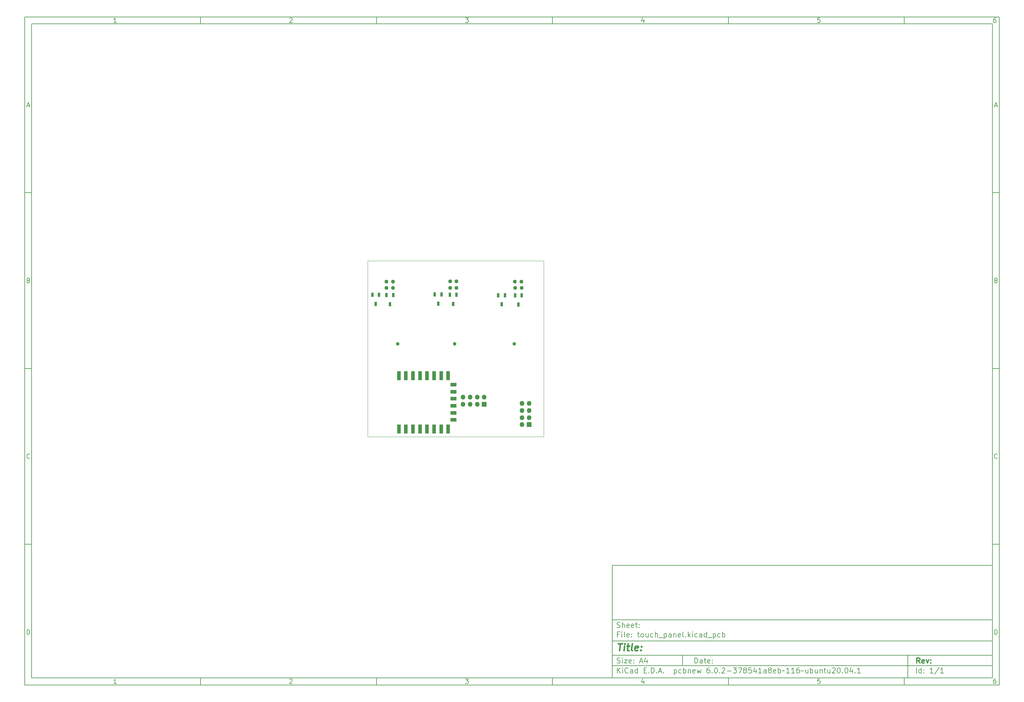
<source format=gbr>
%TF.GenerationSoftware,KiCad,Pcbnew,6.0.2-378541a8eb~116~ubuntu20.04.1*%
%TF.CreationDate,2022-03-13T21:59:15+03:30*%
%TF.ProjectId,touch_panel,746f7563-685f-4706-916e-656c2e6b6963,rev?*%
%TF.SameCoordinates,Original*%
%TF.FileFunction,Soldermask,Bot*%
%TF.FilePolarity,Negative*%
%FSLAX46Y46*%
G04 Gerber Fmt 4.6, Leading zero omitted, Abs format (unit mm)*
G04 Created by KiCad (PCBNEW 6.0.2-378541a8eb~116~ubuntu20.04.1) date 2022-03-13 21:59:15*
%MOMM*%
%LPD*%
G01*
G04 APERTURE LIST*
G04 Aperture macros list*
%AMRoundRect*
0 Rectangle with rounded corners*
0 $1 Rounding radius*
0 $2 $3 $4 $5 $6 $7 $8 $9 X,Y pos of 4 corners*
0 Add a 4 corners polygon primitive as box body*
4,1,4,$2,$3,$4,$5,$6,$7,$8,$9,$2,$3,0*
0 Add four circle primitives for the rounded corners*
1,1,$1+$1,$2,$3*
1,1,$1+$1,$4,$5*
1,1,$1+$1,$6,$7*
1,1,$1+$1,$8,$9*
0 Add four rect primitives between the rounded corners*
20,1,$1+$1,$2,$3,$4,$5,0*
20,1,$1+$1,$4,$5,$6,$7,0*
20,1,$1+$1,$6,$7,$8,$9,0*
20,1,$1+$1,$8,$9,$2,$3,0*%
G04 Aperture macros list end*
%ADD10C,0.100000*%
%ADD11C,0.150000*%
%ADD12C,0.300000*%
%ADD13C,0.400000*%
%TA.AperFunction,Profile*%
%ADD14C,0.100000*%
%TD*%
%ADD15C,1.000000*%
%ADD16R,1.350000X1.350000*%
%ADD17O,1.350000X1.350000*%
%ADD18RoundRect,0.237500X-0.250000X-0.237500X0.250000X-0.237500X0.250000X0.237500X-0.250000X0.237500X0*%
%ADD19R,0.650000X1.220000*%
%ADD20RoundRect,0.237500X0.250000X0.237500X-0.250000X0.237500X-0.250000X-0.237500X0.250000X-0.237500X0*%
%ADD21R,1.000000X2.500000*%
%ADD22R,1.800000X1.000000*%
G04 APERTURE END LIST*
D10*
D11*
X177002200Y-166007200D02*
X177002200Y-198007200D01*
X285002200Y-198007200D01*
X285002200Y-166007200D01*
X177002200Y-166007200D01*
D10*
D11*
X10000000Y-10000000D02*
X10000000Y-200007200D01*
X287002200Y-200007200D01*
X287002200Y-10000000D01*
X10000000Y-10000000D01*
D10*
D11*
X12000000Y-12000000D02*
X12000000Y-198007200D01*
X285002200Y-198007200D01*
X285002200Y-12000000D01*
X12000000Y-12000000D01*
D10*
D11*
X60000000Y-12000000D02*
X60000000Y-10000000D01*
D10*
D11*
X110000000Y-12000000D02*
X110000000Y-10000000D01*
D10*
D11*
X160000000Y-12000000D02*
X160000000Y-10000000D01*
D10*
D11*
X210000000Y-12000000D02*
X210000000Y-10000000D01*
D10*
D11*
X260000000Y-12000000D02*
X260000000Y-10000000D01*
D10*
D11*
X36065476Y-11588095D02*
X35322619Y-11588095D01*
X35694047Y-11588095D02*
X35694047Y-10288095D01*
X35570238Y-10473809D01*
X35446428Y-10597619D01*
X35322619Y-10659523D01*
D10*
D11*
X85322619Y-10411904D02*
X85384523Y-10350000D01*
X85508333Y-10288095D01*
X85817857Y-10288095D01*
X85941666Y-10350000D01*
X86003571Y-10411904D01*
X86065476Y-10535714D01*
X86065476Y-10659523D01*
X86003571Y-10845238D01*
X85260714Y-11588095D01*
X86065476Y-11588095D01*
D10*
D11*
X135260714Y-10288095D02*
X136065476Y-10288095D01*
X135632142Y-10783333D01*
X135817857Y-10783333D01*
X135941666Y-10845238D01*
X136003571Y-10907142D01*
X136065476Y-11030952D01*
X136065476Y-11340476D01*
X136003571Y-11464285D01*
X135941666Y-11526190D01*
X135817857Y-11588095D01*
X135446428Y-11588095D01*
X135322619Y-11526190D01*
X135260714Y-11464285D01*
D10*
D11*
X185941666Y-10721428D02*
X185941666Y-11588095D01*
X185632142Y-10226190D02*
X185322619Y-11154761D01*
X186127380Y-11154761D01*
D10*
D11*
X236003571Y-10288095D02*
X235384523Y-10288095D01*
X235322619Y-10907142D01*
X235384523Y-10845238D01*
X235508333Y-10783333D01*
X235817857Y-10783333D01*
X235941666Y-10845238D01*
X236003571Y-10907142D01*
X236065476Y-11030952D01*
X236065476Y-11340476D01*
X236003571Y-11464285D01*
X235941666Y-11526190D01*
X235817857Y-11588095D01*
X235508333Y-11588095D01*
X235384523Y-11526190D01*
X235322619Y-11464285D01*
D10*
D11*
X285941666Y-10288095D02*
X285694047Y-10288095D01*
X285570238Y-10350000D01*
X285508333Y-10411904D01*
X285384523Y-10597619D01*
X285322619Y-10845238D01*
X285322619Y-11340476D01*
X285384523Y-11464285D01*
X285446428Y-11526190D01*
X285570238Y-11588095D01*
X285817857Y-11588095D01*
X285941666Y-11526190D01*
X286003571Y-11464285D01*
X286065476Y-11340476D01*
X286065476Y-11030952D01*
X286003571Y-10907142D01*
X285941666Y-10845238D01*
X285817857Y-10783333D01*
X285570238Y-10783333D01*
X285446428Y-10845238D01*
X285384523Y-10907142D01*
X285322619Y-11030952D01*
D10*
D11*
X60000000Y-198007200D02*
X60000000Y-200007200D01*
D10*
D11*
X110000000Y-198007200D02*
X110000000Y-200007200D01*
D10*
D11*
X160000000Y-198007200D02*
X160000000Y-200007200D01*
D10*
D11*
X210000000Y-198007200D02*
X210000000Y-200007200D01*
D10*
D11*
X260000000Y-198007200D02*
X260000000Y-200007200D01*
D10*
D11*
X36065476Y-199595295D02*
X35322619Y-199595295D01*
X35694047Y-199595295D02*
X35694047Y-198295295D01*
X35570238Y-198481009D01*
X35446428Y-198604819D01*
X35322619Y-198666723D01*
D10*
D11*
X85322619Y-198419104D02*
X85384523Y-198357200D01*
X85508333Y-198295295D01*
X85817857Y-198295295D01*
X85941666Y-198357200D01*
X86003571Y-198419104D01*
X86065476Y-198542914D01*
X86065476Y-198666723D01*
X86003571Y-198852438D01*
X85260714Y-199595295D01*
X86065476Y-199595295D01*
D10*
D11*
X135260714Y-198295295D02*
X136065476Y-198295295D01*
X135632142Y-198790533D01*
X135817857Y-198790533D01*
X135941666Y-198852438D01*
X136003571Y-198914342D01*
X136065476Y-199038152D01*
X136065476Y-199347676D01*
X136003571Y-199471485D01*
X135941666Y-199533390D01*
X135817857Y-199595295D01*
X135446428Y-199595295D01*
X135322619Y-199533390D01*
X135260714Y-199471485D01*
D10*
D11*
X185941666Y-198728628D02*
X185941666Y-199595295D01*
X185632142Y-198233390D02*
X185322619Y-199161961D01*
X186127380Y-199161961D01*
D10*
D11*
X236003571Y-198295295D02*
X235384523Y-198295295D01*
X235322619Y-198914342D01*
X235384523Y-198852438D01*
X235508333Y-198790533D01*
X235817857Y-198790533D01*
X235941666Y-198852438D01*
X236003571Y-198914342D01*
X236065476Y-199038152D01*
X236065476Y-199347676D01*
X236003571Y-199471485D01*
X235941666Y-199533390D01*
X235817857Y-199595295D01*
X235508333Y-199595295D01*
X235384523Y-199533390D01*
X235322619Y-199471485D01*
D10*
D11*
X285941666Y-198295295D02*
X285694047Y-198295295D01*
X285570238Y-198357200D01*
X285508333Y-198419104D01*
X285384523Y-198604819D01*
X285322619Y-198852438D01*
X285322619Y-199347676D01*
X285384523Y-199471485D01*
X285446428Y-199533390D01*
X285570238Y-199595295D01*
X285817857Y-199595295D01*
X285941666Y-199533390D01*
X286003571Y-199471485D01*
X286065476Y-199347676D01*
X286065476Y-199038152D01*
X286003571Y-198914342D01*
X285941666Y-198852438D01*
X285817857Y-198790533D01*
X285570238Y-198790533D01*
X285446428Y-198852438D01*
X285384523Y-198914342D01*
X285322619Y-199038152D01*
D10*
D11*
X10000000Y-60000000D02*
X12000000Y-60000000D01*
D10*
D11*
X10000000Y-110000000D02*
X12000000Y-110000000D01*
D10*
D11*
X10000000Y-160000000D02*
X12000000Y-160000000D01*
D10*
D11*
X10690476Y-35216666D02*
X11309523Y-35216666D01*
X10566666Y-35588095D02*
X11000000Y-34288095D01*
X11433333Y-35588095D01*
D10*
D11*
X11092857Y-84907142D02*
X11278571Y-84969047D01*
X11340476Y-85030952D01*
X11402380Y-85154761D01*
X11402380Y-85340476D01*
X11340476Y-85464285D01*
X11278571Y-85526190D01*
X11154761Y-85588095D01*
X10659523Y-85588095D01*
X10659523Y-84288095D01*
X11092857Y-84288095D01*
X11216666Y-84350000D01*
X11278571Y-84411904D01*
X11340476Y-84535714D01*
X11340476Y-84659523D01*
X11278571Y-84783333D01*
X11216666Y-84845238D01*
X11092857Y-84907142D01*
X10659523Y-84907142D01*
D10*
D11*
X11402380Y-135464285D02*
X11340476Y-135526190D01*
X11154761Y-135588095D01*
X11030952Y-135588095D01*
X10845238Y-135526190D01*
X10721428Y-135402380D01*
X10659523Y-135278571D01*
X10597619Y-135030952D01*
X10597619Y-134845238D01*
X10659523Y-134597619D01*
X10721428Y-134473809D01*
X10845238Y-134350000D01*
X11030952Y-134288095D01*
X11154761Y-134288095D01*
X11340476Y-134350000D01*
X11402380Y-134411904D01*
D10*
D11*
X10659523Y-185588095D02*
X10659523Y-184288095D01*
X10969047Y-184288095D01*
X11154761Y-184350000D01*
X11278571Y-184473809D01*
X11340476Y-184597619D01*
X11402380Y-184845238D01*
X11402380Y-185030952D01*
X11340476Y-185278571D01*
X11278571Y-185402380D01*
X11154761Y-185526190D01*
X10969047Y-185588095D01*
X10659523Y-185588095D01*
D10*
D11*
X287002200Y-60000000D02*
X285002200Y-60000000D01*
D10*
D11*
X287002200Y-110000000D02*
X285002200Y-110000000D01*
D10*
D11*
X287002200Y-160000000D02*
X285002200Y-160000000D01*
D10*
D11*
X285692676Y-35216666D02*
X286311723Y-35216666D01*
X285568866Y-35588095D02*
X286002200Y-34288095D01*
X286435533Y-35588095D01*
D10*
D11*
X286095057Y-84907142D02*
X286280771Y-84969047D01*
X286342676Y-85030952D01*
X286404580Y-85154761D01*
X286404580Y-85340476D01*
X286342676Y-85464285D01*
X286280771Y-85526190D01*
X286156961Y-85588095D01*
X285661723Y-85588095D01*
X285661723Y-84288095D01*
X286095057Y-84288095D01*
X286218866Y-84350000D01*
X286280771Y-84411904D01*
X286342676Y-84535714D01*
X286342676Y-84659523D01*
X286280771Y-84783333D01*
X286218866Y-84845238D01*
X286095057Y-84907142D01*
X285661723Y-84907142D01*
D10*
D11*
X286404580Y-135464285D02*
X286342676Y-135526190D01*
X286156961Y-135588095D01*
X286033152Y-135588095D01*
X285847438Y-135526190D01*
X285723628Y-135402380D01*
X285661723Y-135278571D01*
X285599819Y-135030952D01*
X285599819Y-134845238D01*
X285661723Y-134597619D01*
X285723628Y-134473809D01*
X285847438Y-134350000D01*
X286033152Y-134288095D01*
X286156961Y-134288095D01*
X286342676Y-134350000D01*
X286404580Y-134411904D01*
D10*
D11*
X285661723Y-185588095D02*
X285661723Y-184288095D01*
X285971247Y-184288095D01*
X286156961Y-184350000D01*
X286280771Y-184473809D01*
X286342676Y-184597619D01*
X286404580Y-184845238D01*
X286404580Y-185030952D01*
X286342676Y-185278571D01*
X286280771Y-185402380D01*
X286156961Y-185526190D01*
X285971247Y-185588095D01*
X285661723Y-185588095D01*
D10*
D11*
X200434342Y-193785771D02*
X200434342Y-192285771D01*
X200791485Y-192285771D01*
X201005771Y-192357200D01*
X201148628Y-192500057D01*
X201220057Y-192642914D01*
X201291485Y-192928628D01*
X201291485Y-193142914D01*
X201220057Y-193428628D01*
X201148628Y-193571485D01*
X201005771Y-193714342D01*
X200791485Y-193785771D01*
X200434342Y-193785771D01*
X202577200Y-193785771D02*
X202577200Y-193000057D01*
X202505771Y-192857200D01*
X202362914Y-192785771D01*
X202077200Y-192785771D01*
X201934342Y-192857200D01*
X202577200Y-193714342D02*
X202434342Y-193785771D01*
X202077200Y-193785771D01*
X201934342Y-193714342D01*
X201862914Y-193571485D01*
X201862914Y-193428628D01*
X201934342Y-193285771D01*
X202077200Y-193214342D01*
X202434342Y-193214342D01*
X202577200Y-193142914D01*
X203077200Y-192785771D02*
X203648628Y-192785771D01*
X203291485Y-192285771D02*
X203291485Y-193571485D01*
X203362914Y-193714342D01*
X203505771Y-193785771D01*
X203648628Y-193785771D01*
X204720057Y-193714342D02*
X204577200Y-193785771D01*
X204291485Y-193785771D01*
X204148628Y-193714342D01*
X204077200Y-193571485D01*
X204077200Y-193000057D01*
X204148628Y-192857200D01*
X204291485Y-192785771D01*
X204577200Y-192785771D01*
X204720057Y-192857200D01*
X204791485Y-193000057D01*
X204791485Y-193142914D01*
X204077200Y-193285771D01*
X205434342Y-193642914D02*
X205505771Y-193714342D01*
X205434342Y-193785771D01*
X205362914Y-193714342D01*
X205434342Y-193642914D01*
X205434342Y-193785771D01*
X205434342Y-192857200D02*
X205505771Y-192928628D01*
X205434342Y-193000057D01*
X205362914Y-192928628D01*
X205434342Y-192857200D01*
X205434342Y-193000057D01*
D10*
D11*
X177002200Y-194507200D02*
X285002200Y-194507200D01*
D10*
D11*
X178434342Y-196585771D02*
X178434342Y-195085771D01*
X179291485Y-196585771D02*
X178648628Y-195728628D01*
X179291485Y-195085771D02*
X178434342Y-195942914D01*
X179934342Y-196585771D02*
X179934342Y-195585771D01*
X179934342Y-195085771D02*
X179862914Y-195157200D01*
X179934342Y-195228628D01*
X180005771Y-195157200D01*
X179934342Y-195085771D01*
X179934342Y-195228628D01*
X181505771Y-196442914D02*
X181434342Y-196514342D01*
X181220057Y-196585771D01*
X181077200Y-196585771D01*
X180862914Y-196514342D01*
X180720057Y-196371485D01*
X180648628Y-196228628D01*
X180577200Y-195942914D01*
X180577200Y-195728628D01*
X180648628Y-195442914D01*
X180720057Y-195300057D01*
X180862914Y-195157200D01*
X181077200Y-195085771D01*
X181220057Y-195085771D01*
X181434342Y-195157200D01*
X181505771Y-195228628D01*
X182791485Y-196585771D02*
X182791485Y-195800057D01*
X182720057Y-195657200D01*
X182577200Y-195585771D01*
X182291485Y-195585771D01*
X182148628Y-195657200D01*
X182791485Y-196514342D02*
X182648628Y-196585771D01*
X182291485Y-196585771D01*
X182148628Y-196514342D01*
X182077200Y-196371485D01*
X182077200Y-196228628D01*
X182148628Y-196085771D01*
X182291485Y-196014342D01*
X182648628Y-196014342D01*
X182791485Y-195942914D01*
X184148628Y-196585771D02*
X184148628Y-195085771D01*
X184148628Y-196514342D02*
X184005771Y-196585771D01*
X183720057Y-196585771D01*
X183577200Y-196514342D01*
X183505771Y-196442914D01*
X183434342Y-196300057D01*
X183434342Y-195871485D01*
X183505771Y-195728628D01*
X183577200Y-195657200D01*
X183720057Y-195585771D01*
X184005771Y-195585771D01*
X184148628Y-195657200D01*
X186005771Y-195800057D02*
X186505771Y-195800057D01*
X186720057Y-196585771D02*
X186005771Y-196585771D01*
X186005771Y-195085771D01*
X186720057Y-195085771D01*
X187362914Y-196442914D02*
X187434342Y-196514342D01*
X187362914Y-196585771D01*
X187291485Y-196514342D01*
X187362914Y-196442914D01*
X187362914Y-196585771D01*
X188077200Y-196585771D02*
X188077200Y-195085771D01*
X188434342Y-195085771D01*
X188648628Y-195157200D01*
X188791485Y-195300057D01*
X188862914Y-195442914D01*
X188934342Y-195728628D01*
X188934342Y-195942914D01*
X188862914Y-196228628D01*
X188791485Y-196371485D01*
X188648628Y-196514342D01*
X188434342Y-196585771D01*
X188077200Y-196585771D01*
X189577200Y-196442914D02*
X189648628Y-196514342D01*
X189577200Y-196585771D01*
X189505771Y-196514342D01*
X189577200Y-196442914D01*
X189577200Y-196585771D01*
X190220057Y-196157200D02*
X190934342Y-196157200D01*
X190077200Y-196585771D02*
X190577200Y-195085771D01*
X191077200Y-196585771D01*
X191577200Y-196442914D02*
X191648628Y-196514342D01*
X191577200Y-196585771D01*
X191505771Y-196514342D01*
X191577200Y-196442914D01*
X191577200Y-196585771D01*
X194577200Y-195585771D02*
X194577200Y-197085771D01*
X194577200Y-195657200D02*
X194720057Y-195585771D01*
X195005771Y-195585771D01*
X195148628Y-195657200D01*
X195220057Y-195728628D01*
X195291485Y-195871485D01*
X195291485Y-196300057D01*
X195220057Y-196442914D01*
X195148628Y-196514342D01*
X195005771Y-196585771D01*
X194720057Y-196585771D01*
X194577200Y-196514342D01*
X196577200Y-196514342D02*
X196434342Y-196585771D01*
X196148628Y-196585771D01*
X196005771Y-196514342D01*
X195934342Y-196442914D01*
X195862914Y-196300057D01*
X195862914Y-195871485D01*
X195934342Y-195728628D01*
X196005771Y-195657200D01*
X196148628Y-195585771D01*
X196434342Y-195585771D01*
X196577200Y-195657200D01*
X197220057Y-196585771D02*
X197220057Y-195085771D01*
X197220057Y-195657200D02*
X197362914Y-195585771D01*
X197648628Y-195585771D01*
X197791485Y-195657200D01*
X197862914Y-195728628D01*
X197934342Y-195871485D01*
X197934342Y-196300057D01*
X197862914Y-196442914D01*
X197791485Y-196514342D01*
X197648628Y-196585771D01*
X197362914Y-196585771D01*
X197220057Y-196514342D01*
X198577200Y-195585771D02*
X198577200Y-196585771D01*
X198577200Y-195728628D02*
X198648628Y-195657200D01*
X198791485Y-195585771D01*
X199005771Y-195585771D01*
X199148628Y-195657200D01*
X199220057Y-195800057D01*
X199220057Y-196585771D01*
X200505771Y-196514342D02*
X200362914Y-196585771D01*
X200077200Y-196585771D01*
X199934342Y-196514342D01*
X199862914Y-196371485D01*
X199862914Y-195800057D01*
X199934342Y-195657200D01*
X200077200Y-195585771D01*
X200362914Y-195585771D01*
X200505771Y-195657200D01*
X200577200Y-195800057D01*
X200577200Y-195942914D01*
X199862914Y-196085771D01*
X201077200Y-195585771D02*
X201362914Y-196585771D01*
X201648628Y-195871485D01*
X201934342Y-196585771D01*
X202220057Y-195585771D01*
X204577200Y-195085771D02*
X204291485Y-195085771D01*
X204148628Y-195157200D01*
X204077200Y-195228628D01*
X203934342Y-195442914D01*
X203862914Y-195728628D01*
X203862914Y-196300057D01*
X203934342Y-196442914D01*
X204005771Y-196514342D01*
X204148628Y-196585771D01*
X204434342Y-196585771D01*
X204577200Y-196514342D01*
X204648628Y-196442914D01*
X204720057Y-196300057D01*
X204720057Y-195942914D01*
X204648628Y-195800057D01*
X204577200Y-195728628D01*
X204434342Y-195657200D01*
X204148628Y-195657200D01*
X204005771Y-195728628D01*
X203934342Y-195800057D01*
X203862914Y-195942914D01*
X205362914Y-196442914D02*
X205434342Y-196514342D01*
X205362914Y-196585771D01*
X205291485Y-196514342D01*
X205362914Y-196442914D01*
X205362914Y-196585771D01*
X206362914Y-195085771D02*
X206505771Y-195085771D01*
X206648628Y-195157200D01*
X206720057Y-195228628D01*
X206791485Y-195371485D01*
X206862914Y-195657200D01*
X206862914Y-196014342D01*
X206791485Y-196300057D01*
X206720057Y-196442914D01*
X206648628Y-196514342D01*
X206505771Y-196585771D01*
X206362914Y-196585771D01*
X206220057Y-196514342D01*
X206148628Y-196442914D01*
X206077200Y-196300057D01*
X206005771Y-196014342D01*
X206005771Y-195657200D01*
X206077200Y-195371485D01*
X206148628Y-195228628D01*
X206220057Y-195157200D01*
X206362914Y-195085771D01*
X207505771Y-196442914D02*
X207577200Y-196514342D01*
X207505771Y-196585771D01*
X207434342Y-196514342D01*
X207505771Y-196442914D01*
X207505771Y-196585771D01*
X208148628Y-195228628D02*
X208220057Y-195157200D01*
X208362914Y-195085771D01*
X208720057Y-195085771D01*
X208862914Y-195157200D01*
X208934342Y-195228628D01*
X209005771Y-195371485D01*
X209005771Y-195514342D01*
X208934342Y-195728628D01*
X208077200Y-196585771D01*
X209005771Y-196585771D01*
X209648628Y-196014342D02*
X210791485Y-196014342D01*
X211362914Y-195085771D02*
X212291485Y-195085771D01*
X211791485Y-195657200D01*
X212005771Y-195657200D01*
X212148628Y-195728628D01*
X212220057Y-195800057D01*
X212291485Y-195942914D01*
X212291485Y-196300057D01*
X212220057Y-196442914D01*
X212148628Y-196514342D01*
X212005771Y-196585771D01*
X211577200Y-196585771D01*
X211434342Y-196514342D01*
X211362914Y-196442914D01*
X212791485Y-195085771D02*
X213791485Y-195085771D01*
X213148628Y-196585771D01*
X214577200Y-195728628D02*
X214434342Y-195657200D01*
X214362914Y-195585771D01*
X214291485Y-195442914D01*
X214291485Y-195371485D01*
X214362914Y-195228628D01*
X214434342Y-195157200D01*
X214577200Y-195085771D01*
X214862914Y-195085771D01*
X215005771Y-195157200D01*
X215077200Y-195228628D01*
X215148628Y-195371485D01*
X215148628Y-195442914D01*
X215077200Y-195585771D01*
X215005771Y-195657200D01*
X214862914Y-195728628D01*
X214577200Y-195728628D01*
X214434342Y-195800057D01*
X214362914Y-195871485D01*
X214291485Y-196014342D01*
X214291485Y-196300057D01*
X214362914Y-196442914D01*
X214434342Y-196514342D01*
X214577200Y-196585771D01*
X214862914Y-196585771D01*
X215005771Y-196514342D01*
X215077200Y-196442914D01*
X215148628Y-196300057D01*
X215148628Y-196014342D01*
X215077200Y-195871485D01*
X215005771Y-195800057D01*
X214862914Y-195728628D01*
X216505771Y-195085771D02*
X215791485Y-195085771D01*
X215720057Y-195800057D01*
X215791485Y-195728628D01*
X215934342Y-195657200D01*
X216291485Y-195657200D01*
X216434342Y-195728628D01*
X216505771Y-195800057D01*
X216577200Y-195942914D01*
X216577200Y-196300057D01*
X216505771Y-196442914D01*
X216434342Y-196514342D01*
X216291485Y-196585771D01*
X215934342Y-196585771D01*
X215791485Y-196514342D01*
X215720057Y-196442914D01*
X217862914Y-195585771D02*
X217862914Y-196585771D01*
X217505771Y-195014342D02*
X217148628Y-196085771D01*
X218077200Y-196085771D01*
X219434342Y-196585771D02*
X218577200Y-196585771D01*
X219005771Y-196585771D02*
X219005771Y-195085771D01*
X218862914Y-195300057D01*
X218720057Y-195442914D01*
X218577200Y-195514342D01*
X220720057Y-196585771D02*
X220720057Y-195800057D01*
X220648628Y-195657200D01*
X220505771Y-195585771D01*
X220220057Y-195585771D01*
X220077200Y-195657200D01*
X220720057Y-196514342D02*
X220577200Y-196585771D01*
X220220057Y-196585771D01*
X220077200Y-196514342D01*
X220005771Y-196371485D01*
X220005771Y-196228628D01*
X220077200Y-196085771D01*
X220220057Y-196014342D01*
X220577200Y-196014342D01*
X220720057Y-195942914D01*
X221648628Y-195728628D02*
X221505771Y-195657200D01*
X221434342Y-195585771D01*
X221362914Y-195442914D01*
X221362914Y-195371485D01*
X221434342Y-195228628D01*
X221505771Y-195157200D01*
X221648628Y-195085771D01*
X221934342Y-195085771D01*
X222077200Y-195157200D01*
X222148628Y-195228628D01*
X222220057Y-195371485D01*
X222220057Y-195442914D01*
X222148628Y-195585771D01*
X222077200Y-195657200D01*
X221934342Y-195728628D01*
X221648628Y-195728628D01*
X221505771Y-195800057D01*
X221434342Y-195871485D01*
X221362914Y-196014342D01*
X221362914Y-196300057D01*
X221434342Y-196442914D01*
X221505771Y-196514342D01*
X221648628Y-196585771D01*
X221934342Y-196585771D01*
X222077200Y-196514342D01*
X222148628Y-196442914D01*
X222220057Y-196300057D01*
X222220057Y-196014342D01*
X222148628Y-195871485D01*
X222077200Y-195800057D01*
X221934342Y-195728628D01*
X223434342Y-196514342D02*
X223291485Y-196585771D01*
X223005771Y-196585771D01*
X222862914Y-196514342D01*
X222791485Y-196371485D01*
X222791485Y-195800057D01*
X222862914Y-195657200D01*
X223005771Y-195585771D01*
X223291485Y-195585771D01*
X223434342Y-195657200D01*
X223505771Y-195800057D01*
X223505771Y-195942914D01*
X222791485Y-196085771D01*
X224148628Y-196585771D02*
X224148628Y-195085771D01*
X224148628Y-195657200D02*
X224291485Y-195585771D01*
X224577199Y-195585771D01*
X224720057Y-195657200D01*
X224791485Y-195728628D01*
X224862914Y-195871485D01*
X224862914Y-196300057D01*
X224791485Y-196442914D01*
X224720057Y-196514342D01*
X224577199Y-196585771D01*
X224291485Y-196585771D01*
X224148628Y-196514342D01*
X225291485Y-196014342D02*
X225362914Y-195942914D01*
X225505771Y-195871485D01*
X225791485Y-196014342D01*
X225934342Y-195942914D01*
X226005771Y-195871485D01*
X227362914Y-196585771D02*
X226505771Y-196585771D01*
X226934342Y-196585771D02*
X226934342Y-195085771D01*
X226791485Y-195300057D01*
X226648628Y-195442914D01*
X226505771Y-195514342D01*
X228791485Y-196585771D02*
X227934342Y-196585771D01*
X228362914Y-196585771D02*
X228362914Y-195085771D01*
X228220057Y-195300057D01*
X228077199Y-195442914D01*
X227934342Y-195514342D01*
X230077199Y-195085771D02*
X229791485Y-195085771D01*
X229648628Y-195157200D01*
X229577199Y-195228628D01*
X229434342Y-195442914D01*
X229362914Y-195728628D01*
X229362914Y-196300057D01*
X229434342Y-196442914D01*
X229505771Y-196514342D01*
X229648628Y-196585771D01*
X229934342Y-196585771D01*
X230077199Y-196514342D01*
X230148628Y-196442914D01*
X230220057Y-196300057D01*
X230220057Y-195942914D01*
X230148628Y-195800057D01*
X230077199Y-195728628D01*
X229934342Y-195657200D01*
X229648628Y-195657200D01*
X229505771Y-195728628D01*
X229434342Y-195800057D01*
X229362914Y-195942914D01*
X230648628Y-196014342D02*
X230720057Y-195942914D01*
X230862914Y-195871485D01*
X231148628Y-196014342D01*
X231291485Y-195942914D01*
X231362914Y-195871485D01*
X232577199Y-195585771D02*
X232577199Y-196585771D01*
X231934342Y-195585771D02*
X231934342Y-196371485D01*
X232005771Y-196514342D01*
X232148628Y-196585771D01*
X232362914Y-196585771D01*
X232505771Y-196514342D01*
X232577199Y-196442914D01*
X233291485Y-196585771D02*
X233291485Y-195085771D01*
X233291485Y-195657200D02*
X233434342Y-195585771D01*
X233720057Y-195585771D01*
X233862914Y-195657200D01*
X233934342Y-195728628D01*
X234005771Y-195871485D01*
X234005771Y-196300057D01*
X233934342Y-196442914D01*
X233862914Y-196514342D01*
X233720057Y-196585771D01*
X233434342Y-196585771D01*
X233291485Y-196514342D01*
X235291485Y-195585771D02*
X235291485Y-196585771D01*
X234648628Y-195585771D02*
X234648628Y-196371485D01*
X234720057Y-196514342D01*
X234862914Y-196585771D01*
X235077199Y-196585771D01*
X235220057Y-196514342D01*
X235291485Y-196442914D01*
X236005771Y-195585771D02*
X236005771Y-196585771D01*
X236005771Y-195728628D02*
X236077199Y-195657200D01*
X236220057Y-195585771D01*
X236434342Y-195585771D01*
X236577199Y-195657200D01*
X236648628Y-195800057D01*
X236648628Y-196585771D01*
X237148628Y-195585771D02*
X237720057Y-195585771D01*
X237362914Y-195085771D02*
X237362914Y-196371485D01*
X237434342Y-196514342D01*
X237577200Y-196585771D01*
X237720057Y-196585771D01*
X238862914Y-195585771D02*
X238862914Y-196585771D01*
X238220057Y-195585771D02*
X238220057Y-196371485D01*
X238291485Y-196514342D01*
X238434342Y-196585771D01*
X238648628Y-196585771D01*
X238791485Y-196514342D01*
X238862914Y-196442914D01*
X239505771Y-195228628D02*
X239577200Y-195157200D01*
X239720057Y-195085771D01*
X240077200Y-195085771D01*
X240220057Y-195157200D01*
X240291485Y-195228628D01*
X240362914Y-195371485D01*
X240362914Y-195514342D01*
X240291485Y-195728628D01*
X239434342Y-196585771D01*
X240362914Y-196585771D01*
X241291485Y-195085771D02*
X241434342Y-195085771D01*
X241577199Y-195157200D01*
X241648628Y-195228628D01*
X241720057Y-195371485D01*
X241791485Y-195657200D01*
X241791485Y-196014342D01*
X241720057Y-196300057D01*
X241648628Y-196442914D01*
X241577199Y-196514342D01*
X241434342Y-196585771D01*
X241291485Y-196585771D01*
X241148628Y-196514342D01*
X241077199Y-196442914D01*
X241005771Y-196300057D01*
X240934342Y-196014342D01*
X240934342Y-195657200D01*
X241005771Y-195371485D01*
X241077199Y-195228628D01*
X241148628Y-195157200D01*
X241291485Y-195085771D01*
X242434342Y-196442914D02*
X242505771Y-196514342D01*
X242434342Y-196585771D01*
X242362914Y-196514342D01*
X242434342Y-196442914D01*
X242434342Y-196585771D01*
X243434342Y-195085771D02*
X243577199Y-195085771D01*
X243720057Y-195157200D01*
X243791485Y-195228628D01*
X243862914Y-195371485D01*
X243934342Y-195657200D01*
X243934342Y-196014342D01*
X243862914Y-196300057D01*
X243791485Y-196442914D01*
X243720057Y-196514342D01*
X243577199Y-196585771D01*
X243434342Y-196585771D01*
X243291485Y-196514342D01*
X243220057Y-196442914D01*
X243148628Y-196300057D01*
X243077199Y-196014342D01*
X243077199Y-195657200D01*
X243148628Y-195371485D01*
X243220057Y-195228628D01*
X243291485Y-195157200D01*
X243434342Y-195085771D01*
X245220057Y-195585771D02*
X245220057Y-196585771D01*
X244862914Y-195014342D02*
X244505771Y-196085771D01*
X245434342Y-196085771D01*
X246005771Y-196442914D02*
X246077200Y-196514342D01*
X246005771Y-196585771D01*
X245934342Y-196514342D01*
X246005771Y-196442914D01*
X246005771Y-196585771D01*
X247505771Y-196585771D02*
X246648628Y-196585771D01*
X247077200Y-196585771D02*
X247077200Y-195085771D01*
X246934342Y-195300057D01*
X246791485Y-195442914D01*
X246648628Y-195514342D01*
D10*
D11*
X177002200Y-191507200D02*
X285002200Y-191507200D01*
D10*
D12*
X264411485Y-193785771D02*
X263911485Y-193071485D01*
X263554342Y-193785771D02*
X263554342Y-192285771D01*
X264125771Y-192285771D01*
X264268628Y-192357200D01*
X264340057Y-192428628D01*
X264411485Y-192571485D01*
X264411485Y-192785771D01*
X264340057Y-192928628D01*
X264268628Y-193000057D01*
X264125771Y-193071485D01*
X263554342Y-193071485D01*
X265625771Y-193714342D02*
X265482914Y-193785771D01*
X265197200Y-193785771D01*
X265054342Y-193714342D01*
X264982914Y-193571485D01*
X264982914Y-193000057D01*
X265054342Y-192857200D01*
X265197200Y-192785771D01*
X265482914Y-192785771D01*
X265625771Y-192857200D01*
X265697200Y-193000057D01*
X265697200Y-193142914D01*
X264982914Y-193285771D01*
X266197200Y-192785771D02*
X266554342Y-193785771D01*
X266911485Y-192785771D01*
X267482914Y-193642914D02*
X267554342Y-193714342D01*
X267482914Y-193785771D01*
X267411485Y-193714342D01*
X267482914Y-193642914D01*
X267482914Y-193785771D01*
X267482914Y-192857200D02*
X267554342Y-192928628D01*
X267482914Y-193000057D01*
X267411485Y-192928628D01*
X267482914Y-192857200D01*
X267482914Y-193000057D01*
D10*
D11*
X178362914Y-193714342D02*
X178577200Y-193785771D01*
X178934342Y-193785771D01*
X179077200Y-193714342D01*
X179148628Y-193642914D01*
X179220057Y-193500057D01*
X179220057Y-193357200D01*
X179148628Y-193214342D01*
X179077200Y-193142914D01*
X178934342Y-193071485D01*
X178648628Y-193000057D01*
X178505771Y-192928628D01*
X178434342Y-192857200D01*
X178362914Y-192714342D01*
X178362914Y-192571485D01*
X178434342Y-192428628D01*
X178505771Y-192357200D01*
X178648628Y-192285771D01*
X179005771Y-192285771D01*
X179220057Y-192357200D01*
X179862914Y-193785771D02*
X179862914Y-192785771D01*
X179862914Y-192285771D02*
X179791485Y-192357200D01*
X179862914Y-192428628D01*
X179934342Y-192357200D01*
X179862914Y-192285771D01*
X179862914Y-192428628D01*
X180434342Y-192785771D02*
X181220057Y-192785771D01*
X180434342Y-193785771D01*
X181220057Y-193785771D01*
X182362914Y-193714342D02*
X182220057Y-193785771D01*
X181934342Y-193785771D01*
X181791485Y-193714342D01*
X181720057Y-193571485D01*
X181720057Y-193000057D01*
X181791485Y-192857200D01*
X181934342Y-192785771D01*
X182220057Y-192785771D01*
X182362914Y-192857200D01*
X182434342Y-193000057D01*
X182434342Y-193142914D01*
X181720057Y-193285771D01*
X183077200Y-193642914D02*
X183148628Y-193714342D01*
X183077200Y-193785771D01*
X183005771Y-193714342D01*
X183077200Y-193642914D01*
X183077200Y-193785771D01*
X183077200Y-192857200D02*
X183148628Y-192928628D01*
X183077200Y-193000057D01*
X183005771Y-192928628D01*
X183077200Y-192857200D01*
X183077200Y-193000057D01*
X184862914Y-193357200D02*
X185577200Y-193357200D01*
X184720057Y-193785771D02*
X185220057Y-192285771D01*
X185720057Y-193785771D01*
X186862914Y-192785771D02*
X186862914Y-193785771D01*
X186505771Y-192214342D02*
X186148628Y-193285771D01*
X187077200Y-193285771D01*
D10*
D11*
X263434342Y-196585771D02*
X263434342Y-195085771D01*
X264791485Y-196585771D02*
X264791485Y-195085771D01*
X264791485Y-196514342D02*
X264648628Y-196585771D01*
X264362914Y-196585771D01*
X264220057Y-196514342D01*
X264148628Y-196442914D01*
X264077200Y-196300057D01*
X264077200Y-195871485D01*
X264148628Y-195728628D01*
X264220057Y-195657200D01*
X264362914Y-195585771D01*
X264648628Y-195585771D01*
X264791485Y-195657200D01*
X265505771Y-196442914D02*
X265577200Y-196514342D01*
X265505771Y-196585771D01*
X265434342Y-196514342D01*
X265505771Y-196442914D01*
X265505771Y-196585771D01*
X265505771Y-195657200D02*
X265577200Y-195728628D01*
X265505771Y-195800057D01*
X265434342Y-195728628D01*
X265505771Y-195657200D01*
X265505771Y-195800057D01*
X268148628Y-196585771D02*
X267291485Y-196585771D01*
X267720057Y-196585771D02*
X267720057Y-195085771D01*
X267577200Y-195300057D01*
X267434342Y-195442914D01*
X267291485Y-195514342D01*
X269862914Y-195014342D02*
X268577200Y-196942914D01*
X271148628Y-196585771D02*
X270291485Y-196585771D01*
X270720057Y-196585771D02*
X270720057Y-195085771D01*
X270577200Y-195300057D01*
X270434342Y-195442914D01*
X270291485Y-195514342D01*
D10*
D11*
X177002200Y-187507200D02*
X285002200Y-187507200D01*
D10*
D13*
X178714580Y-188211961D02*
X179857438Y-188211961D01*
X179036009Y-190211961D02*
X179286009Y-188211961D01*
X180274104Y-190211961D02*
X180440771Y-188878628D01*
X180524104Y-188211961D02*
X180416961Y-188307200D01*
X180500295Y-188402438D01*
X180607438Y-188307200D01*
X180524104Y-188211961D01*
X180500295Y-188402438D01*
X181107438Y-188878628D02*
X181869342Y-188878628D01*
X181476485Y-188211961D02*
X181262200Y-189926247D01*
X181333628Y-190116723D01*
X181512200Y-190211961D01*
X181702676Y-190211961D01*
X182655057Y-190211961D02*
X182476485Y-190116723D01*
X182405057Y-189926247D01*
X182619342Y-188211961D01*
X184190771Y-190116723D02*
X183988390Y-190211961D01*
X183607438Y-190211961D01*
X183428866Y-190116723D01*
X183357438Y-189926247D01*
X183452676Y-189164342D01*
X183571723Y-188973866D01*
X183774104Y-188878628D01*
X184155057Y-188878628D01*
X184333628Y-188973866D01*
X184405057Y-189164342D01*
X184381247Y-189354819D01*
X183405057Y-189545295D01*
X185155057Y-190021485D02*
X185238390Y-190116723D01*
X185131247Y-190211961D01*
X185047914Y-190116723D01*
X185155057Y-190021485D01*
X185131247Y-190211961D01*
X185286009Y-188973866D02*
X185369342Y-189069104D01*
X185262200Y-189164342D01*
X185178866Y-189069104D01*
X185286009Y-188973866D01*
X185262200Y-189164342D01*
D10*
D11*
X178934342Y-185600057D02*
X178434342Y-185600057D01*
X178434342Y-186385771D02*
X178434342Y-184885771D01*
X179148628Y-184885771D01*
X179720057Y-186385771D02*
X179720057Y-185385771D01*
X179720057Y-184885771D02*
X179648628Y-184957200D01*
X179720057Y-185028628D01*
X179791485Y-184957200D01*
X179720057Y-184885771D01*
X179720057Y-185028628D01*
X180648628Y-186385771D02*
X180505771Y-186314342D01*
X180434342Y-186171485D01*
X180434342Y-184885771D01*
X181791485Y-186314342D02*
X181648628Y-186385771D01*
X181362914Y-186385771D01*
X181220057Y-186314342D01*
X181148628Y-186171485D01*
X181148628Y-185600057D01*
X181220057Y-185457200D01*
X181362914Y-185385771D01*
X181648628Y-185385771D01*
X181791485Y-185457200D01*
X181862914Y-185600057D01*
X181862914Y-185742914D01*
X181148628Y-185885771D01*
X182505771Y-186242914D02*
X182577200Y-186314342D01*
X182505771Y-186385771D01*
X182434342Y-186314342D01*
X182505771Y-186242914D01*
X182505771Y-186385771D01*
X182505771Y-185457200D02*
X182577200Y-185528628D01*
X182505771Y-185600057D01*
X182434342Y-185528628D01*
X182505771Y-185457200D01*
X182505771Y-185600057D01*
X184148628Y-185385771D02*
X184720057Y-185385771D01*
X184362914Y-184885771D02*
X184362914Y-186171485D01*
X184434342Y-186314342D01*
X184577200Y-186385771D01*
X184720057Y-186385771D01*
X185434342Y-186385771D02*
X185291485Y-186314342D01*
X185220057Y-186242914D01*
X185148628Y-186100057D01*
X185148628Y-185671485D01*
X185220057Y-185528628D01*
X185291485Y-185457200D01*
X185434342Y-185385771D01*
X185648628Y-185385771D01*
X185791485Y-185457200D01*
X185862914Y-185528628D01*
X185934342Y-185671485D01*
X185934342Y-186100057D01*
X185862914Y-186242914D01*
X185791485Y-186314342D01*
X185648628Y-186385771D01*
X185434342Y-186385771D01*
X187220057Y-185385771D02*
X187220057Y-186385771D01*
X186577200Y-185385771D02*
X186577200Y-186171485D01*
X186648628Y-186314342D01*
X186791485Y-186385771D01*
X187005771Y-186385771D01*
X187148628Y-186314342D01*
X187220057Y-186242914D01*
X188577200Y-186314342D02*
X188434342Y-186385771D01*
X188148628Y-186385771D01*
X188005771Y-186314342D01*
X187934342Y-186242914D01*
X187862914Y-186100057D01*
X187862914Y-185671485D01*
X187934342Y-185528628D01*
X188005771Y-185457200D01*
X188148628Y-185385771D01*
X188434342Y-185385771D01*
X188577200Y-185457200D01*
X189220057Y-186385771D02*
X189220057Y-184885771D01*
X189862914Y-186385771D02*
X189862914Y-185600057D01*
X189791485Y-185457200D01*
X189648628Y-185385771D01*
X189434342Y-185385771D01*
X189291485Y-185457200D01*
X189220057Y-185528628D01*
X190220057Y-186528628D02*
X191362914Y-186528628D01*
X191720057Y-185385771D02*
X191720057Y-186885771D01*
X191720057Y-185457200D02*
X191862914Y-185385771D01*
X192148628Y-185385771D01*
X192291485Y-185457200D01*
X192362914Y-185528628D01*
X192434342Y-185671485D01*
X192434342Y-186100057D01*
X192362914Y-186242914D01*
X192291485Y-186314342D01*
X192148628Y-186385771D01*
X191862914Y-186385771D01*
X191720057Y-186314342D01*
X193720057Y-186385771D02*
X193720057Y-185600057D01*
X193648628Y-185457200D01*
X193505771Y-185385771D01*
X193220057Y-185385771D01*
X193077200Y-185457200D01*
X193720057Y-186314342D02*
X193577200Y-186385771D01*
X193220057Y-186385771D01*
X193077200Y-186314342D01*
X193005771Y-186171485D01*
X193005771Y-186028628D01*
X193077200Y-185885771D01*
X193220057Y-185814342D01*
X193577200Y-185814342D01*
X193720057Y-185742914D01*
X194434342Y-185385771D02*
X194434342Y-186385771D01*
X194434342Y-185528628D02*
X194505771Y-185457200D01*
X194648628Y-185385771D01*
X194862914Y-185385771D01*
X195005771Y-185457200D01*
X195077200Y-185600057D01*
X195077200Y-186385771D01*
X196362914Y-186314342D02*
X196220057Y-186385771D01*
X195934342Y-186385771D01*
X195791485Y-186314342D01*
X195720057Y-186171485D01*
X195720057Y-185600057D01*
X195791485Y-185457200D01*
X195934342Y-185385771D01*
X196220057Y-185385771D01*
X196362914Y-185457200D01*
X196434342Y-185600057D01*
X196434342Y-185742914D01*
X195720057Y-185885771D01*
X197291485Y-186385771D02*
X197148628Y-186314342D01*
X197077200Y-186171485D01*
X197077200Y-184885771D01*
X197862914Y-186242914D02*
X197934342Y-186314342D01*
X197862914Y-186385771D01*
X197791485Y-186314342D01*
X197862914Y-186242914D01*
X197862914Y-186385771D01*
X198577200Y-186385771D02*
X198577200Y-184885771D01*
X198720057Y-185814342D02*
X199148628Y-186385771D01*
X199148628Y-185385771D02*
X198577200Y-185957200D01*
X199791485Y-186385771D02*
X199791485Y-185385771D01*
X199791485Y-184885771D02*
X199720057Y-184957200D01*
X199791485Y-185028628D01*
X199862914Y-184957200D01*
X199791485Y-184885771D01*
X199791485Y-185028628D01*
X201148628Y-186314342D02*
X201005771Y-186385771D01*
X200720057Y-186385771D01*
X200577200Y-186314342D01*
X200505771Y-186242914D01*
X200434342Y-186100057D01*
X200434342Y-185671485D01*
X200505771Y-185528628D01*
X200577200Y-185457200D01*
X200720057Y-185385771D01*
X201005771Y-185385771D01*
X201148628Y-185457200D01*
X202434342Y-186385771D02*
X202434342Y-185600057D01*
X202362914Y-185457200D01*
X202220057Y-185385771D01*
X201934342Y-185385771D01*
X201791485Y-185457200D01*
X202434342Y-186314342D02*
X202291485Y-186385771D01*
X201934342Y-186385771D01*
X201791485Y-186314342D01*
X201720057Y-186171485D01*
X201720057Y-186028628D01*
X201791485Y-185885771D01*
X201934342Y-185814342D01*
X202291485Y-185814342D01*
X202434342Y-185742914D01*
X203791485Y-186385771D02*
X203791485Y-184885771D01*
X203791485Y-186314342D02*
X203648628Y-186385771D01*
X203362914Y-186385771D01*
X203220057Y-186314342D01*
X203148628Y-186242914D01*
X203077200Y-186100057D01*
X203077200Y-185671485D01*
X203148628Y-185528628D01*
X203220057Y-185457200D01*
X203362914Y-185385771D01*
X203648628Y-185385771D01*
X203791485Y-185457200D01*
X204148628Y-186528628D02*
X205291485Y-186528628D01*
X205648628Y-185385771D02*
X205648628Y-186885771D01*
X205648628Y-185457200D02*
X205791485Y-185385771D01*
X206077200Y-185385771D01*
X206220057Y-185457200D01*
X206291485Y-185528628D01*
X206362914Y-185671485D01*
X206362914Y-186100057D01*
X206291485Y-186242914D01*
X206220057Y-186314342D01*
X206077200Y-186385771D01*
X205791485Y-186385771D01*
X205648628Y-186314342D01*
X207648628Y-186314342D02*
X207505771Y-186385771D01*
X207220057Y-186385771D01*
X207077200Y-186314342D01*
X207005771Y-186242914D01*
X206934342Y-186100057D01*
X206934342Y-185671485D01*
X207005771Y-185528628D01*
X207077200Y-185457200D01*
X207220057Y-185385771D01*
X207505771Y-185385771D01*
X207648628Y-185457200D01*
X208291485Y-186385771D02*
X208291485Y-184885771D01*
X208291485Y-185457200D02*
X208434342Y-185385771D01*
X208720057Y-185385771D01*
X208862914Y-185457200D01*
X208934342Y-185528628D01*
X209005771Y-185671485D01*
X209005771Y-186100057D01*
X208934342Y-186242914D01*
X208862914Y-186314342D01*
X208720057Y-186385771D01*
X208434342Y-186385771D01*
X208291485Y-186314342D01*
D10*
D11*
X177002200Y-181507200D02*
X285002200Y-181507200D01*
D10*
D11*
X178362914Y-183614342D02*
X178577200Y-183685771D01*
X178934342Y-183685771D01*
X179077200Y-183614342D01*
X179148628Y-183542914D01*
X179220057Y-183400057D01*
X179220057Y-183257200D01*
X179148628Y-183114342D01*
X179077200Y-183042914D01*
X178934342Y-182971485D01*
X178648628Y-182900057D01*
X178505771Y-182828628D01*
X178434342Y-182757200D01*
X178362914Y-182614342D01*
X178362914Y-182471485D01*
X178434342Y-182328628D01*
X178505771Y-182257200D01*
X178648628Y-182185771D01*
X179005771Y-182185771D01*
X179220057Y-182257200D01*
X179862914Y-183685771D02*
X179862914Y-182185771D01*
X180505771Y-183685771D02*
X180505771Y-182900057D01*
X180434342Y-182757200D01*
X180291485Y-182685771D01*
X180077200Y-182685771D01*
X179934342Y-182757200D01*
X179862914Y-182828628D01*
X181791485Y-183614342D02*
X181648628Y-183685771D01*
X181362914Y-183685771D01*
X181220057Y-183614342D01*
X181148628Y-183471485D01*
X181148628Y-182900057D01*
X181220057Y-182757200D01*
X181362914Y-182685771D01*
X181648628Y-182685771D01*
X181791485Y-182757200D01*
X181862914Y-182900057D01*
X181862914Y-183042914D01*
X181148628Y-183185771D01*
X183077200Y-183614342D02*
X182934342Y-183685771D01*
X182648628Y-183685771D01*
X182505771Y-183614342D01*
X182434342Y-183471485D01*
X182434342Y-182900057D01*
X182505771Y-182757200D01*
X182648628Y-182685771D01*
X182934342Y-182685771D01*
X183077200Y-182757200D01*
X183148628Y-182900057D01*
X183148628Y-183042914D01*
X182434342Y-183185771D01*
X183577200Y-182685771D02*
X184148628Y-182685771D01*
X183791485Y-182185771D02*
X183791485Y-183471485D01*
X183862914Y-183614342D01*
X184005771Y-183685771D01*
X184148628Y-183685771D01*
X184648628Y-183542914D02*
X184720057Y-183614342D01*
X184648628Y-183685771D01*
X184577200Y-183614342D01*
X184648628Y-183542914D01*
X184648628Y-183685771D01*
X184648628Y-182757200D02*
X184720057Y-182828628D01*
X184648628Y-182900057D01*
X184577200Y-182828628D01*
X184648628Y-182757200D01*
X184648628Y-182900057D01*
D10*
D12*
D10*
D11*
D10*
D11*
D10*
D11*
D10*
D11*
D10*
D11*
X197002200Y-191507200D02*
X197002200Y-194507200D01*
D10*
D11*
X261002200Y-191507200D02*
X261002200Y-198007200D01*
D14*
X107500000Y-79400000D02*
X157500000Y-79400000D01*
X157500000Y-79400000D02*
X157500000Y-129400000D01*
X157500000Y-129400000D02*
X107500000Y-129400000D01*
X107500000Y-129400000D02*
X107500000Y-79400000D01*
D15*
%TO.C,PAD1*%
X132200000Y-103000000D03*
%TD*%
%TO.C,PAD3*%
X116000000Y-103000000D03*
%TD*%
D16*
%TO.C,J2*%
X153350000Y-125950000D03*
D17*
X151350000Y-125950000D03*
X153350000Y-123950000D03*
X151350000Y-123950000D03*
X153350000Y-121950000D03*
X151350000Y-121950000D03*
X153350000Y-119950000D03*
X151350000Y-119950000D03*
%TD*%
D15*
%TO.C,PAD2*%
X149100000Y-103000000D03*
%TD*%
D18*
%TO.C,R15*%
X149325000Y-85250000D03*
X151150000Y-85250000D03*
%TD*%
D19*
%TO.C,Q6*%
X149350000Y-89190000D03*
X151250000Y-89190000D03*
X150300000Y-91810000D03*
%TD*%
%TO.C,Q1*%
X108800000Y-89040000D03*
X110700000Y-89040000D03*
X109750000Y-91660000D03*
%TD*%
D20*
%TO.C,R3*%
X114662500Y-85300000D03*
X112837500Y-85300000D03*
%TD*%
D19*
%TO.C,Q3*%
X126550000Y-88940000D03*
X128450000Y-88940000D03*
X127500000Y-91560000D03*
%TD*%
D18*
%TO.C,R10*%
X130887500Y-87050000D03*
X132712500Y-87050000D03*
%TD*%
D19*
%TO.C,Q4*%
X130800000Y-88990000D03*
X132700000Y-88990000D03*
X131750000Y-91610000D03*
%TD*%
%TO.C,Q2*%
X112850000Y-89090000D03*
X114750000Y-89090000D03*
X113800000Y-91710000D03*
%TD*%
D21*
%TO.C,U4*%
X116350000Y-112000000D03*
X118350000Y-112000000D03*
X120350000Y-112000000D03*
X122350000Y-112000000D03*
X124350000Y-112000000D03*
X126350000Y-112000000D03*
X128350000Y-112000000D03*
X130350000Y-112000000D03*
D22*
X131850000Y-114600000D03*
X131850000Y-116600000D03*
X131850000Y-118600000D03*
X131850000Y-120600000D03*
X131850000Y-122600000D03*
X131850000Y-124600000D03*
D21*
X130350000Y-127200000D03*
X128350000Y-127200000D03*
X126350000Y-127200000D03*
X124350000Y-127200000D03*
X122350000Y-127200000D03*
X120350000Y-127200000D03*
X118350000Y-127200000D03*
X116350000Y-127200000D03*
%TD*%
D18*
%TO.C,R4*%
X112837500Y-87050000D03*
X114662500Y-87050000D03*
%TD*%
D16*
%TO.C,J1*%
X140600000Y-120150000D03*
D17*
X140600000Y-118150000D03*
X138600000Y-120150000D03*
X138600000Y-118150000D03*
X136600000Y-120150000D03*
X136600000Y-118150000D03*
X134600000Y-120150000D03*
X134600000Y-118150000D03*
%TD*%
D18*
%TO.C,R16*%
X149387500Y-87100000D03*
X151212500Y-87100000D03*
%TD*%
D20*
%TO.C,R9*%
X132725000Y-85200000D03*
X130900000Y-85200000D03*
%TD*%
D19*
%TO.C,Q5*%
X144600000Y-89140000D03*
X146500000Y-89140000D03*
X145550000Y-91760000D03*
%TD*%
M02*

</source>
